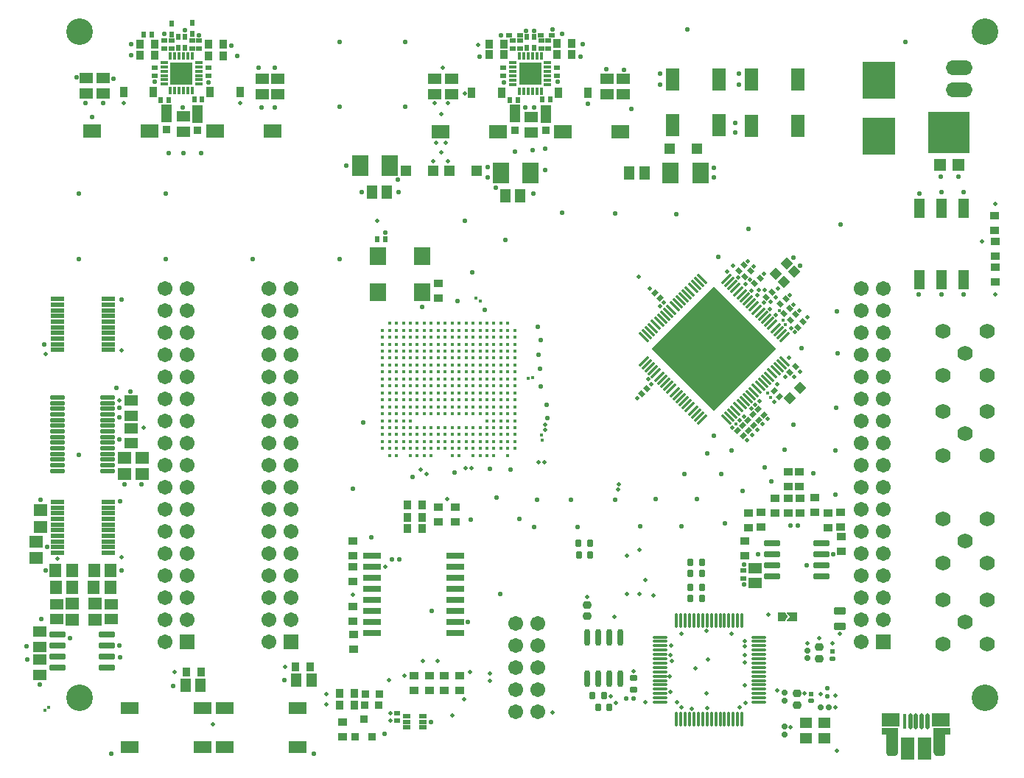
<source format=gbr>
%TF.GenerationSoftware,Altium Limited,Altium Designer,23.5.1 (21)*%
G04 Layer_Color=8388736*
%FSLAX45Y45*%
%MOMM*%
%TF.SameCoordinates,DF551FB5-6F85-4ABD-ABAF-5ACF3DF1BB5E*%
%TF.FilePolarity,Negative*%
%TF.FileFunction,Soldermask,Top*%
%TF.Part,Single*%
G01*
G75*
%TA.AperFunction,SMDPad,CuDef*%
%ADD25R,1.40000X1.20000*%
%ADD43R,3.81000X4.24180*%
%TA.AperFunction,ViaPad*%
%ADD91C,0.45000*%
%TA.AperFunction,SMDPad,CuDef*%
%ADD99R,1.53000X1.21000*%
%ADD100R,1.96000X2.36000*%
%ADD101R,0.71000X0.56000*%
%ADD102R,0.56000X0.71000*%
G04:AMPARAMS|DCode=104|XSize=0.95mm|YSize=0.8mm|CornerRadius=0.225mm|HoleSize=0mm|Usage=FLASHONLY|Rotation=0.000|XOffset=0mm|YOffset=0mm|HoleType=Round|Shape=RoundedRectangle|*
%AMROUNDEDRECTD104*
21,1,0.95000,0.35000,0,0,0.0*
21,1,0.50000,0.80000,0,0,0.0*
1,1,0.45000,0.25000,-0.17500*
1,1,0.45000,-0.25000,-0.17500*
1,1,0.45000,-0.25000,0.17500*
1,1,0.45000,0.25000,0.17500*
%
%ADD104ROUNDEDRECTD104*%
%TA.AperFunction,ComponentPad*%
%ADD105C,1.76000*%
%ADD106C,1.71000*%
%ADD107O,1.26000X1.76000*%
%ADD108O,1.06000X1.46000*%
%ADD109O,3.06000X1.71000*%
%ADD110R,1.71000X1.71000*%
%TA.AperFunction,WasherPad*%
%ADD111C,3.06000*%
%TA.AperFunction,ViaPad*%
%ADD112C,0.56000*%
%ADD113C,0.51000*%
%TA.AperFunction,SMDPad,CuDef*%
G04:AMPARAMS|DCode=125|XSize=0.3394mm|YSize=1.5332mm|CornerRadius=0mm|HoleSize=0mm|Usage=FLASHONLY|Rotation=315.000|XOffset=0mm|YOffset=0mm|HoleType=Round|Shape=Rectangle|*
%AMROTATEDRECTD125*
4,1,4,-0.66206,-0.42207,0.42207,0.66206,0.66206,0.42207,-0.42207,-0.66206,-0.66206,-0.42207,0.0*
%
%ADD125ROTATEDRECTD125*%

G04:AMPARAMS|DCode=126|XSize=0.3394mm|YSize=1.5332mm|CornerRadius=0mm|HoleSize=0mm|Usage=FLASHONLY|Rotation=45.000|XOffset=0mm|YOffset=0mm|HoleType=Round|Shape=Rectangle|*
%AMROTATEDRECTD126*
4,1,4,0.42207,-0.66206,-0.66206,0.42207,-0.42207,0.66206,0.66206,-0.42207,0.42207,-0.66206,0.0*
%
%ADD126ROTATEDRECTD126*%

%ADD127P,14.22699X4X180.0*%
%ADD128R,1.86000X2.06000*%
%ADD129R,0.96000X1.26000*%
G04:AMPARAMS|DCode=130|XSize=0.85mm|YSize=0.7mm|CornerRadius=0.2mm|HoleSize=0mm|Usage=FLASHONLY|Rotation=90.000|XOffset=0mm|YOffset=0mm|HoleType=Round|Shape=RoundedRectangle|*
%AMROUNDEDRECTD130*
21,1,0.85000,0.30000,0,0,90.0*
21,1,0.45000,0.70000,0,0,90.0*
1,1,0.40000,0.15000,0.22500*
1,1,0.40000,0.15000,-0.22500*
1,1,0.40000,-0.15000,-0.22500*
1,1,0.40000,-0.15000,0.22500*
%
%ADD130ROUNDEDRECTD130*%
%ADD131O,0.66000X1.96000*%
G04:AMPARAMS|DCode=132|XSize=1.62mm|YSize=0.34mm|CornerRadius=0.065mm|HoleSize=0mm|Usage=FLASHONLY|Rotation=180.000|XOffset=0mm|YOffset=0mm|HoleType=Round|Shape=RoundedRectangle|*
%AMROUNDEDRECTD132*
21,1,1.62000,0.21000,0,0,180.0*
21,1,1.49000,0.34000,0,0,180.0*
1,1,0.13000,-0.74500,0.10500*
1,1,0.13000,0.74500,0.10500*
1,1,0.13000,0.74500,-0.10500*
1,1,0.13000,-0.74500,-0.10500*
%
%ADD132ROUNDEDRECTD132*%
G04:AMPARAMS|DCode=133|XSize=1.62mm|YSize=0.34mm|CornerRadius=0.065mm|HoleSize=0mm|Usage=FLASHONLY|Rotation=270.000|XOffset=0mm|YOffset=0mm|HoleType=Round|Shape=RoundedRectangle|*
%AMROUNDEDRECTD133*
21,1,1.62000,0.21000,0,0,270.0*
21,1,1.49000,0.34000,0,0,270.0*
1,1,0.13000,-0.10500,-0.74500*
1,1,0.13000,-0.10500,0.74500*
1,1,0.13000,0.10500,0.74500*
1,1,0.13000,0.10500,-0.74500*
%
%ADD133ROUNDEDRECTD133*%
G04:AMPARAMS|DCode=134|XSize=0.85mm|YSize=0.7mm|CornerRadius=0.2mm|HoleSize=0mm|Usage=FLASHONLY|Rotation=0.000|XOffset=0mm|YOffset=0mm|HoleType=Round|Shape=RoundedRectangle|*
%AMROUNDEDRECTD134*
21,1,0.85000,0.30000,0,0,0.0*
21,1,0.45000,0.70000,0,0,0.0*
1,1,0.40000,0.22500,-0.15000*
1,1,0.40000,-0.22500,-0.15000*
1,1,0.40000,-0.22500,0.15000*
1,1,0.40000,0.22500,0.15000*
%
%ADD134ROUNDEDRECTD134*%
G04:AMPARAMS|DCode=135|XSize=0.55mm|YSize=0.5mm|CornerRadius=0.15mm|HoleSize=0mm|Usage=FLASHONLY|Rotation=270.000|XOffset=0mm|YOffset=0mm|HoleType=Round|Shape=RoundedRectangle|*
%AMROUNDEDRECTD135*
21,1,0.55000,0.20000,0,0,270.0*
21,1,0.25000,0.50000,0,0,270.0*
1,1,0.30000,-0.10000,-0.12500*
1,1,0.30000,-0.10000,0.12500*
1,1,0.30000,0.10000,0.12500*
1,1,0.30000,0.10000,-0.12500*
%
%ADD135ROUNDEDRECTD135*%
G04:AMPARAMS|DCode=136|XSize=0.64mm|YSize=0.6mm|CornerRadius=0.175mm|HoleSize=0mm|Usage=FLASHONLY|Rotation=0.000|XOffset=0mm|YOffset=0mm|HoleType=Round|Shape=RoundedRectangle|*
%AMROUNDEDRECTD136*
21,1,0.64000,0.25000,0,0,0.0*
21,1,0.29000,0.60000,0,0,0.0*
1,1,0.35000,0.14500,-0.12500*
1,1,0.35000,-0.14500,-0.12500*
1,1,0.35000,-0.14500,0.12500*
1,1,0.35000,0.14500,0.12500*
%
%ADD136ROUNDEDRECTD136*%
G04:AMPARAMS|DCode=137|XSize=1.38mm|YSize=0.86mm|CornerRadius=0.24mm|HoleSize=0mm|Usage=FLASHONLY|Rotation=0.000|XOffset=0mm|YOffset=0mm|HoleType=Round|Shape=RoundedRectangle|*
%AMROUNDEDRECTD137*
21,1,1.38000,0.38000,0,0,0.0*
21,1,0.90000,0.86000,0,0,0.0*
1,1,0.48000,0.45000,-0.19000*
1,1,0.48000,-0.45000,-0.19000*
1,1,0.48000,-0.45000,0.19000*
1,1,0.48000,0.45000,0.19000*
%
%ADD137ROUNDEDRECTD137*%
%ADD138R,0.30000X0.30000*%
G04:AMPARAMS|DCode=139|XSize=0.46mm|YSize=1.81mm|CornerRadius=0.13mm|HoleSize=0mm|Usage=FLASHONLY|Rotation=180.000|XOffset=0mm|YOffset=0mm|HoleType=Round|Shape=RoundedRectangle|*
%AMROUNDEDRECTD139*
21,1,0.46000,1.55000,0,0,180.0*
21,1,0.20000,1.81000,0,0,180.0*
1,1,0.26000,-0.10000,0.77500*
1,1,0.26000,0.10000,0.77500*
1,1,0.26000,0.10000,-0.77500*
1,1,0.26000,-0.10000,-0.77500*
%
%ADD139ROUNDEDRECTD139*%
%ADD140R,0.46000X1.81000*%
%ADD141R,1.48500X2.56000*%
G04:AMPARAMS|DCode=142|XSize=0.62mm|YSize=0.59mm|CornerRadius=0.1725mm|HoleSize=0mm|Usage=FLASHONLY|Rotation=0.000|XOffset=0mm|YOffset=0mm|HoleType=Round|Shape=RoundedRectangle|*
%AMROUNDEDRECTD142*
21,1,0.62000,0.24500,0,0,0.0*
21,1,0.27500,0.59000,0,0,0.0*
1,1,0.34500,0.13750,-0.12250*
1,1,0.34500,-0.13750,-0.12250*
1,1,0.34500,-0.13750,0.12250*
1,1,0.34500,0.13750,0.12250*
%
%ADD142ROUNDEDRECTD142*%
%ADD143R,0.62000X0.59000*%
G04:AMPARAMS|DCode=144|XSize=0.55mm|YSize=0.5mm|CornerRadius=0.15mm|HoleSize=0mm|Usage=FLASHONLY|Rotation=180.000|XOffset=0mm|YOffset=0mm|HoleType=Round|Shape=RoundedRectangle|*
%AMROUNDEDRECTD144*
21,1,0.55000,0.20000,0,0,180.0*
21,1,0.25000,0.50000,0,0,180.0*
1,1,0.30000,-0.12500,0.10000*
1,1,0.30000,0.12500,0.10000*
1,1,0.30000,0.12500,-0.10000*
1,1,0.30000,-0.12500,-0.10000*
%
%ADD144ROUNDEDRECTD144*%
%ADD145R,0.31000X0.96640*%
%ADD146R,0.96640X0.31000*%
%ADD147R,2.51000X2.51000*%
%ADD148R,0.56000X0.69500*%
%ADD149R,0.96000X1.06000*%
%ADD150R,0.69500X0.56000*%
%ADD151R,1.58000X2.60000*%
%ADD152R,2.06000X1.56000*%
%ADD153R,1.16000X2.06000*%
%ADD154R,0.86000X0.86000*%
%ADD155R,4.86000X4.86000*%
%ADD156R,1.46000X1.36000*%
G04:AMPARAMS|DCode=157|XSize=0.96mm|YSize=1.06mm|CornerRadius=0mm|HoleSize=0mm|Usage=FLASHONLY|Rotation=45.000|XOffset=0mm|YOffset=0mm|HoleType=Round|Shape=Rectangle|*
%AMROTATEDRECTD157*
4,1,4,0.03535,-0.71418,-0.71418,0.03535,-0.03535,0.71418,0.71418,-0.03535,0.03535,-0.71418,0.0*
%
%ADD157ROTATEDRECTD157*%

G04:AMPARAMS|DCode=158|XSize=1.86mm|YSize=0.66mm|CornerRadius=0.105mm|HoleSize=0mm|Usage=FLASHONLY|Rotation=0.000|XOffset=0mm|YOffset=0mm|HoleType=Round|Shape=RoundedRectangle|*
%AMROUNDEDRECTD158*
21,1,1.86000,0.45000,0,0,0.0*
21,1,1.65000,0.66000,0,0,0.0*
1,1,0.21000,0.82500,-0.22500*
1,1,0.21000,-0.82500,-0.22500*
1,1,0.21000,-0.82500,0.22500*
1,1,0.21000,0.82500,0.22500*
%
%ADD158ROUNDEDRECTD158*%
%ADD159R,1.06000X0.96000*%
%ADD160R,1.16000X1.26000*%
%ADD161R,1.21000X1.53000*%
G04:AMPARAMS|DCode=162|XSize=0.56mm|YSize=0.71mm|CornerRadius=0mm|HoleSize=0mm|Usage=FLASHONLY|Rotation=315.000|XOffset=0mm|YOffset=0mm|HoleType=Round|Shape=Rectangle|*
%AMROTATEDRECTD162*
4,1,4,-0.44901,-0.05303,0.05303,0.44901,0.44901,0.05303,-0.05303,-0.44901,-0.44901,-0.05303,0.0*
%
%ADD162ROTATEDRECTD162*%

G04:AMPARAMS|DCode=163|XSize=0.56mm|YSize=0.71mm|CornerRadius=0mm|HoleSize=0mm|Usage=FLASHONLY|Rotation=45.000|XOffset=0mm|YOffset=0mm|HoleType=Round|Shape=Rectangle|*
%AMROTATEDRECTD163*
4,1,4,0.05303,-0.44901,-0.44901,0.05303,-0.05303,0.44901,0.44901,-0.05303,0.05303,-0.44901,0.0*
%
%ADD163ROTATEDRECTD163*%

%ADD164R,1.56012X1.35997*%
%ADD165R,1.35997X1.56012*%
G04:AMPARAMS|DCode=166|XSize=1.56mm|YSize=0.51mm|CornerRadius=0.08625mm|HoleSize=0mm|Usage=FLASHONLY|Rotation=180.000|XOffset=0mm|YOffset=0mm|HoleType=Round|Shape=RoundedRectangle|*
%AMROUNDEDRECTD166*
21,1,1.56000,0.33750,0,0,180.0*
21,1,1.38750,0.51000,0,0,180.0*
1,1,0.17250,-0.69375,0.16875*
1,1,0.17250,0.69375,0.16875*
1,1,0.17250,0.69375,-0.16875*
1,1,0.17250,-0.69375,-0.16875*
%
%ADD166ROUNDEDRECTD166*%
G04:AMPARAMS|DCode=167|XSize=1.63mm|YSize=0.51mm|CornerRadius=0.08625mm|HoleSize=0mm|Usage=FLASHONLY|Rotation=0.000|XOffset=0mm|YOffset=0mm|HoleType=Round|Shape=RoundedRectangle|*
%AMROUNDEDRECTD167*
21,1,1.63000,0.33750,0,0,0.0*
21,1,1.45750,0.51000,0,0,0.0*
1,1,0.17250,0.72875,-0.16875*
1,1,0.17250,-0.72875,-0.16875*
1,1,0.17250,-0.72875,0.16875*
1,1,0.17250,0.72875,0.16875*
%
%ADD167ROUNDEDRECTD167*%
%ADD168R,2.06000X1.36000*%
%ADD169R,0.86000X0.48000*%
%ADD170R,2.06000X0.66000*%
%TA.AperFunction,BGAPad,CuDef*%
%ADD171C,0.41000*%
%TA.AperFunction,SMDPad,CuDef*%
%ADD172R,1.16000X2.21000*%
%ADD173R,0.86000X0.96000*%
%ADD174R,0.86000X0.96000*%
G04:AMPARAMS|DCode=175|XSize=0.64mm|YSize=0.6mm|CornerRadius=0.175mm|HoleSize=0mm|Usage=FLASHONLY|Rotation=270.000|XOffset=0mm|YOffset=0mm|HoleType=Round|Shape=RoundedRectangle|*
%AMROUNDEDRECTD175*
21,1,0.64000,0.25000,0,0,270.0*
21,1,0.29000,0.60000,0,0,270.0*
1,1,0.35000,-0.12500,-0.14500*
1,1,0.35000,-0.12500,0.14500*
1,1,0.35000,0.12500,0.14500*
1,1,0.35000,0.12500,-0.14500*
%
%ADD175ROUNDEDRECTD175*%
%TA.AperFunction,Conductor*%
%ADD176R,2.06000X1.52000*%
G36*
X9135981Y1709929D02*
X9136924Y1709643D01*
X9137792Y1709178D01*
X9138554Y1708554D01*
X9139179Y1707792D01*
X9139643Y1706924D01*
X9139929Y1705981D01*
X9140025Y1705001D01*
Y1615001D01*
X9139929Y1614021D01*
X9139643Y1613079D01*
X9139179Y1612210D01*
X9138554Y1611449D01*
X9137792Y1610824D01*
X9136924Y1610360D01*
X9135981Y1610074D01*
X9135001Y1609977D01*
X9030001D01*
X9029273Y1610049D01*
X9029026Y1610073D01*
X9029025Y1610073D01*
X9029021Y1610074D01*
X9028481Y1610238D01*
X9028084Y1610358D01*
X9028081Y1610359D01*
X9028079Y1610360D01*
X9027714Y1610555D01*
X9027214Y1610821D01*
X9027212Y1610823D01*
X9027210Y1610824D01*
X9026807Y1611154D01*
X9026452Y1611445D01*
X9026451Y1611446D01*
X9026449Y1611449D01*
X9026050Y1611935D01*
X9025827Y1612206D01*
X9025826Y1612208D01*
X9025824Y1612210D01*
X9025560Y1612705D01*
X9025362Y1613074D01*
X9025361Y1613076D01*
X9025360Y1613079D01*
X9025213Y1613563D01*
X9025075Y1614016D01*
X9025074Y1614019D01*
X9025074Y1614021D01*
X9025011Y1614658D01*
X9024977Y1614996D01*
X9024978Y1614997D01*
X9024977Y1615001D01*
X9025049Y1615730D01*
X9025073Y1615976D01*
X9025073Y1615978D01*
X9025074Y1615982D01*
X9025238Y1616522D01*
X9025358Y1616919D01*
X9025359Y1616922D01*
X9025360Y1616924D01*
X9025555Y1617289D01*
X9025821Y1617788D01*
X9053963Y1660001D01*
X9025821Y1702214D01*
X9025555Y1702714D01*
X9025360Y1703079D01*
X9025359Y1703081D01*
X9025358Y1703083D01*
X9025210Y1703573D01*
X9025074Y1704021D01*
X9025073Y1704024D01*
X9025073Y1704026D01*
X9025025Y1704512D01*
X9024977Y1705001D01*
X9024977Y1705004D01*
X9024977Y1705006D01*
X9025042Y1705661D01*
X9025074Y1705981D01*
X9025074Y1705983D01*
X9025074Y1705986D01*
X9025241Y1706532D01*
X9025360Y1706924D01*
X9025361Y1706926D01*
X9025362Y1706929D01*
X9025583Y1707341D01*
X9025824Y1707792D01*
X9025826Y1707794D01*
X9025827Y1707797D01*
X9026102Y1708131D01*
X9026449Y1708554D01*
X9026451Y1708556D01*
X9026452Y1708557D01*
X9026807Y1708848D01*
X9027210Y1709178D01*
X9027212Y1709179D01*
X9027214Y1709181D01*
X9027837Y1709513D01*
X9028079Y1709643D01*
X9028080Y1709643D01*
X9028084Y1709645D01*
X9028658Y1709819D01*
X9029021Y1709929D01*
X9029024Y1709929D01*
X9029026Y1709930D01*
X9029512Y1709977D01*
X9030001Y1710025D01*
X9135001D01*
X9135981Y1709929D01*
D02*
G37*
G36*
X9000005Y1710025D02*
X9000007Y1710025D01*
X9000344Y1709991D01*
X9000981Y1709929D01*
X9000984Y1709928D01*
X9000987Y1709928D01*
X9001440Y1709790D01*
X9001924Y1709643D01*
X9001926Y1709641D01*
X9001929Y1709641D01*
X9002298Y1709443D01*
X9002793Y1709178D01*
X9002795Y1709176D01*
X9002797Y1709175D01*
X9003068Y1708953D01*
X9003554Y1708554D01*
X9003556Y1708551D01*
X9003558Y1708550D01*
X9003848Y1708195D01*
X9004179Y1707792D01*
X9004180Y1707791D01*
X9004182Y1707788D01*
X9034182Y1662788D01*
X9034445Y1662293D01*
X9034641Y1661929D01*
X9034642Y1661924D01*
X9034645Y1661919D01*
X9034791Y1661435D01*
X9034928Y1660987D01*
X9034928Y1660981D01*
X9034930Y1660976D01*
X9034983Y1660428D01*
X9035025Y1660007D01*
X9035025Y1660003D01*
X9035025Y1659996D01*
X9034957Y1659302D01*
X9034930Y1659026D01*
X9034929Y1659024D01*
X9034928Y1659016D01*
X9034763Y1658475D01*
X9034645Y1658084D01*
X9034642Y1658079D01*
X9034641Y1658074D01*
X9034435Y1657689D01*
X9034182Y1657214D01*
X9004182Y1612214D01*
X9004180Y1612212D01*
X9004179Y1612210D01*
X9003848Y1611808D01*
X9003558Y1611452D01*
X9003556Y1611451D01*
X9003554Y1611449D01*
X9003144Y1611112D01*
X9002797Y1610827D01*
X9002794Y1610825D01*
X9002793Y1610824D01*
X9002389Y1610608D01*
X9001929Y1610362D01*
X9001926Y1610361D01*
X9001924Y1610360D01*
X9001532Y1610241D01*
X9000987Y1610075D01*
X9000983Y1610074D01*
X9000981Y1610074D01*
X9000661Y1610042D01*
X9000007Y1609977D01*
X9000004Y1609977D01*
X9000001Y1609977D01*
X8925001D01*
X8924021Y1610074D01*
X8923079Y1610360D01*
X8922210Y1610824D01*
X8921449Y1611449D01*
X8920824Y1612210D01*
X8920360Y1613079D01*
X8920074Y1614021D01*
X8919977Y1615001D01*
Y1705001D01*
X8920074Y1705981D01*
X8920360Y1706924D01*
X8920824Y1707792D01*
X8921449Y1708554D01*
X8922210Y1709178D01*
X8923079Y1709643D01*
X8924021Y1709929D01*
X8925001Y1710025D01*
X9000001D01*
X9000005Y1710025D01*
D02*
G37*
G36*
X10300589Y377958D02*
X10301155Y377786D01*
X10301676Y377508D01*
X10302133Y377133D01*
X10302507Y376676D01*
X10302786Y376155D01*
X10302958Y375589D01*
X10303015Y375001D01*
Y305000D01*
Y100001D01*
Y97801D01*
X10303009Y97733D01*
X10303012Y97664D01*
X10302912Y95464D01*
X10302881Y95249D01*
X10302862Y95037D01*
X10302462Y92937D01*
X10302458Y92924D01*
X10302457Y92910D01*
X10302057Y90910D01*
X10302042Y90860D01*
X10302035Y90811D01*
X10301635Y89110D01*
X10301609Y89033D01*
X10301593Y88950D01*
X10301093Y87250D01*
X10301052Y87149D01*
X10301024Y87043D01*
X10299824Y83842D01*
X10299784Y83761D01*
X10299756Y83676D01*
X10298156Y80077D01*
X10298048Y79888D01*
X10297953Y79696D01*
X10295753Y76197D01*
X10295707Y76137D01*
X10295671Y76072D01*
X10293571Y73072D01*
X10293437Y72916D01*
X10293310Y72750D01*
X10290710Y69950D01*
X10290668Y69912D01*
X10290632Y69869D01*
X10287982Y67219D01*
X10287820Y67085D01*
X10287666Y66944D01*
X10284416Y64494D01*
X10284262Y64400D01*
X10284115Y64294D01*
X10281014Y62494D01*
X10280962Y62470D01*
X10280915Y62439D01*
X10277715Y60739D01*
X10277547Y60670D01*
X10277383Y60587D01*
X10273483Y59087D01*
X10273328Y59044D01*
X10273176Y58987D01*
X10269225Y57937D01*
X10269069Y57912D01*
X10268917Y57873D01*
X10264767Y57223D01*
X10264603Y57213D01*
X10264441Y57190D01*
X10260141Y56990D01*
X10260071Y56993D01*
X10260001Y56986D01*
X10210001D01*
X10209920Y56994D01*
X10209838Y56991D01*
X10206138Y57191D01*
X10206018Y57209D01*
X10205897Y57213D01*
X10202197Y57714D01*
X10202114Y57733D01*
X10202028Y57741D01*
X10198928Y58341D01*
X10198760Y58391D01*
X10198590Y58427D01*
X10194490Y59727D01*
X10194288Y59814D01*
X10194082Y59890D01*
X10190382Y61690D01*
X10190312Y61733D01*
X10190237Y61766D01*
X10186637Y63766D01*
X10186461Y63888D01*
X10186281Y63998D01*
X10182981Y66498D01*
X10182905Y66568D01*
X10182821Y66628D01*
X10179721Y69328D01*
X10179576Y69482D01*
X10179423Y69627D01*
X10176823Y72626D01*
X10176761Y72714D01*
X10176690Y72792D01*
X10174290Y75992D01*
X10174209Y76125D01*
X10174116Y76250D01*
X10172016Y79750D01*
X10171966Y79855D01*
X10171905Y79953D01*
X10170005Y83753D01*
X10169914Y83989D01*
X10169818Y84220D01*
X10168718Y87819D01*
X10168718Y87820D01*
X10168164Y89633D01*
X10168148Y89712D01*
X10168122Y89785D01*
X10167676Y91571D01*
X10167646Y91777D01*
X10167603Y91985D01*
X10167203Y95785D01*
X10167202Y95867D01*
X10167190Y95947D01*
X10166991Y99846D01*
X10166994Y99923D01*
X10166987Y100001D01*
Y301986D01*
X10117501D01*
X10116913Y302044D01*
X10116348Y302216D01*
X10115827Y302494D01*
X10115370Y302869D01*
X10114995Y303326D01*
X10114716Y303847D01*
X10114545Y304413D01*
X10114487Y305001D01*
Y375001D01*
X10114545Y375589D01*
X10114716Y376155D01*
X10114995Y376676D01*
X10115370Y377133D01*
X10115827Y377508D01*
X10116348Y377786D01*
X10116913Y377958D01*
X10117501Y378015D01*
X10300001D01*
X10300589Y377958D01*
D02*
G37*
G36*
X10898088Y377958D02*
X10898654Y377786D01*
X10899175Y377508D01*
X10899632Y377133D01*
X10900007Y376676D01*
X10900286Y376155D01*
X10900457Y375589D01*
X10900515Y375001D01*
Y305001D01*
X10900457Y304413D01*
X10900286Y303848D01*
X10900007Y303326D01*
X10899632Y302870D01*
X10899175Y302495D01*
X10898654Y302216D01*
X10898088Y302045D01*
X10897500Y301987D01*
X10848015D01*
Y100001D01*
X10848008Y99923D01*
X10848011Y99847D01*
X10847811Y95947D01*
X10847799Y95868D01*
X10847799Y95785D01*
X10847399Y91985D01*
X10847356Y91777D01*
X10847326Y91572D01*
X10846880Y89785D01*
X10846854Y89712D01*
X10846838Y89634D01*
X10846284Y87820D01*
X10846284Y87819D01*
X10845184Y84220D01*
X10845088Y83989D01*
X10844997Y83753D01*
X10843097Y79953D01*
X10843035Y79855D01*
X10842986Y79750D01*
X10840886Y76250D01*
X10840793Y76125D01*
X10840712Y75992D01*
X10838312Y72792D01*
X10838241Y72715D01*
X10838179Y72627D01*
X10835579Y69627D01*
X10835426Y69482D01*
X10835281Y69328D01*
X10832181Y66628D01*
X10832096Y66568D01*
X10832021Y66498D01*
X10828721Y63998D01*
X10828541Y63888D01*
X10828365Y63766D01*
X10824765Y61766D01*
X10824690Y61734D01*
X10824620Y61691D01*
X10820920Y59890D01*
X10820714Y59814D01*
X10820512Y59728D01*
X10816412Y58428D01*
X10816242Y58392D01*
X10816074Y58342D01*
X10812974Y57742D01*
X10812888Y57733D01*
X10812805Y57714D01*
X10809105Y57214D01*
X10808984Y57209D01*
X10808864Y57191D01*
X10805164Y56991D01*
X10805082Y56995D01*
X10805001Y56987D01*
X10755001D01*
X10754931Y56994D01*
X10754861Y56990D01*
X10750561Y57190D01*
X10750399Y57213D01*
X10750235Y57223D01*
X10746085Y57873D01*
X10745933Y57912D01*
X10745777Y57938D01*
X10741826Y58988D01*
X10741674Y59045D01*
X10741519Y59088D01*
X10737619Y60588D01*
X10737455Y60670D01*
X10737287Y60739D01*
X10734086Y62439D01*
X10734040Y62470D01*
X10733987Y62494D01*
X10730887Y64294D01*
X10730740Y64400D01*
X10730586Y64494D01*
X10727336Y66944D01*
X10727182Y67086D01*
X10727019Y67220D01*
X10724369Y69870D01*
X10724334Y69912D01*
X10724292Y69950D01*
X10721692Y72750D01*
X10721565Y72917D01*
X10721431Y73073D01*
X10719331Y76073D01*
X10719295Y76138D01*
X10719249Y76197D01*
X10717049Y79697D01*
X10716953Y79888D01*
X10716846Y80077D01*
X10715246Y83677D01*
X10715218Y83761D01*
X10715178Y83843D01*
X10713978Y87043D01*
X10713950Y87149D01*
X10713909Y87251D01*
X10713409Y88951D01*
X10713393Y89033D01*
X10713367Y89111D01*
X10712967Y90811D01*
X10712960Y90861D01*
X10712945Y90910D01*
X10712545Y92910D01*
X10712543Y92925D01*
X10712540Y92937D01*
X10712140Y95037D01*
X10712121Y95250D01*
X10712090Y95464D01*
X10711989Y97664D01*
X10711993Y97733D01*
X10711986Y97801D01*
Y100001D01*
Y305001D01*
Y375001D01*
X10712044Y375589D01*
X10712216Y376155D01*
X10712494Y376676D01*
X10712869Y377133D01*
X10713326Y377508D01*
X10713847Y377786D01*
X10714413Y377958D01*
X10715001Y378016D01*
X10897500D01*
X10898088Y377958D01*
D02*
G37*
D25*
X9460001Y435001D02*
D03*
Y265001D02*
D03*
X9240001D02*
D03*
Y435001D02*
D03*
D43*
X10080001Y7190001D02*
D03*
Y7827541D02*
D03*
D91*
X500001Y580001D02*
D03*
X539811Y619812D02*
D03*
X8935272Y5180052D02*
D03*
X8981335Y5066940D02*
D03*
X6210001Y3690001D02*
D03*
X6207435Y3747441D02*
D03*
X9010001Y5020001D02*
D03*
X5454502Y5325357D02*
D03*
X5500001Y5290001D02*
D03*
X8800001Y4230001D02*
D03*
X8834615Y4184376D02*
D03*
X6048751Y4400001D02*
D03*
X6105658Y4408054D02*
D03*
X8442834Y3875937D02*
D03*
D99*
X2992505Y7672501D02*
D03*
Y7848501D02*
D03*
X3175005Y7672501D02*
D03*
Y7848501D02*
D03*
X973500Y7677003D02*
D03*
Y7853004D02*
D03*
X1167600Y7677003D02*
D03*
Y7853004D02*
D03*
X2086000Y7241503D02*
D03*
Y7417504D02*
D03*
X7146001Y7667003D02*
D03*
Y7843003D02*
D03*
X6956001Y7667003D02*
D03*
Y7843003D02*
D03*
X5170101Y7667003D02*
D03*
Y7843003D02*
D03*
X4976001Y7667003D02*
D03*
Y7843003D02*
D03*
X6088501Y7231503D02*
D03*
Y7407503D02*
D03*
X8660001Y2045001D02*
D03*
Y2221001D02*
D03*
X1260002Y1805502D02*
D03*
Y1629502D02*
D03*
X440001Y1490001D02*
D03*
Y1314001D02*
D03*
Y990001D02*
D03*
Y1166001D02*
D03*
X630002Y1805502D02*
D03*
Y1629502D02*
D03*
X1486693Y3652501D02*
D03*
Y3828501D02*
D03*
Y3972501D02*
D03*
Y4148501D02*
D03*
D100*
X5739251Y6762503D02*
D03*
X6081251D02*
D03*
X4120001Y6845002D02*
D03*
X4462001D02*
D03*
X8030001Y6760001D02*
D03*
X7688001D02*
D03*
D101*
X2381000Y7975003D02*
D03*
Y7885003D02*
D03*
X2271000Y8286253D02*
D03*
Y8196253D02*
D03*
X1868500Y8286253D02*
D03*
Y8196253D02*
D03*
X1763500Y7975003D02*
D03*
Y7885003D02*
D03*
X2188500Y8286253D02*
D03*
Y8196253D02*
D03*
X1951000Y8286253D02*
D03*
Y8196253D02*
D03*
X6386001Y7972503D02*
D03*
Y7882503D02*
D03*
X6283501Y8283253D02*
D03*
Y8193253D02*
D03*
X5878501Y8283253D02*
D03*
Y8193253D02*
D03*
X5768501Y7972503D02*
D03*
Y7882503D02*
D03*
X6201001Y8283253D02*
D03*
Y8193253D02*
D03*
X5961001Y8283253D02*
D03*
Y8193253D02*
D03*
X8525001Y2100001D02*
D03*
Y2190001D02*
D03*
X4542389Y550001D02*
D03*
Y460001D02*
D03*
D102*
X1723500Y8352503D02*
D03*
X1633500D02*
D03*
X2213501Y7610004D02*
D03*
X2303500D02*
D03*
X1831000Y7602503D02*
D03*
X1921000D02*
D03*
X6216001Y7607503D02*
D03*
X6306001D02*
D03*
X5841001Y7600003D02*
D03*
X5931001D02*
D03*
X4320002Y6000001D02*
D03*
X4410001D02*
D03*
D104*
X9140001Y642501D02*
D03*
Y777501D02*
D03*
X6730001Y1797501D02*
D03*
Y1662501D02*
D03*
X9397871Y1314076D02*
D03*
Y1179076D02*
D03*
D105*
X11070001Y1602701D02*
D03*
X10816001Y1856701D02*
D03*
Y1348701D02*
D03*
X11324001Y1856701D02*
D03*
Y1348701D02*
D03*
X11070001Y3762652D02*
D03*
X10816001Y4016652D02*
D03*
Y3508652D02*
D03*
X11324001Y4016652D02*
D03*
Y3508652D02*
D03*
X11070001Y4690002D02*
D03*
X10816001Y4944002D02*
D03*
Y4436002D02*
D03*
X11324001Y4944002D02*
D03*
Y4436002D02*
D03*
X11070001Y2530001D02*
D03*
X10816001Y2784001D02*
D03*
Y2276001D02*
D03*
X11324001Y2784001D02*
D03*
Y2276001D02*
D03*
D106*
X6164001Y820001D02*
D03*
Y566001D02*
D03*
X5910001D02*
D03*
Y820001D02*
D03*
X6164001Y1328001D02*
D03*
Y1074001D02*
D03*
Y1582001D02*
D03*
X5910001Y1328001D02*
D03*
Y1074001D02*
D03*
Y1582001D02*
D03*
X1876001Y1621001D02*
D03*
Y1875001D02*
D03*
Y2129001D02*
D03*
Y2383001D02*
D03*
Y2637001D02*
D03*
Y2891001D02*
D03*
Y3145001D02*
D03*
Y3399001D02*
D03*
Y3653001D02*
D03*
Y3907001D02*
D03*
Y4161001D02*
D03*
Y4415001D02*
D03*
Y4669001D02*
D03*
Y4923001D02*
D03*
Y5177001D02*
D03*
Y5431001D02*
D03*
Y1367001D02*
D03*
X2130001Y1621001D02*
D03*
Y1875001D02*
D03*
Y2129001D02*
D03*
Y2383001D02*
D03*
Y2637001D02*
D03*
Y2891001D02*
D03*
Y3145001D02*
D03*
Y3399001D02*
D03*
Y3653001D02*
D03*
Y3907001D02*
D03*
Y4161001D02*
D03*
Y4415001D02*
D03*
Y4669001D02*
D03*
Y4923001D02*
D03*
Y5177001D02*
D03*
Y5431001D02*
D03*
X3330001D02*
D03*
Y5177001D02*
D03*
Y4923001D02*
D03*
Y4669001D02*
D03*
Y4415001D02*
D03*
Y4161001D02*
D03*
Y3907001D02*
D03*
Y3653001D02*
D03*
Y3399001D02*
D03*
Y3145001D02*
D03*
Y2891001D02*
D03*
Y2637001D02*
D03*
Y2383001D02*
D03*
Y2129001D02*
D03*
Y1875001D02*
D03*
Y1621001D02*
D03*
X3076001Y1367001D02*
D03*
Y5431001D02*
D03*
Y5177001D02*
D03*
Y4923001D02*
D03*
Y4669001D02*
D03*
Y4415001D02*
D03*
Y4161001D02*
D03*
Y3907001D02*
D03*
Y3653001D02*
D03*
Y3399001D02*
D03*
Y3145001D02*
D03*
Y2891001D02*
D03*
Y2637001D02*
D03*
Y2383001D02*
D03*
Y2129001D02*
D03*
Y1875001D02*
D03*
Y1621001D02*
D03*
X9876001Y2637001D02*
D03*
Y2129001D02*
D03*
Y1367001D02*
D03*
Y1621001D02*
D03*
Y1875001D02*
D03*
Y4669001D02*
D03*
Y4415001D02*
D03*
Y5431001D02*
D03*
Y4923001D02*
D03*
Y5177001D02*
D03*
Y3399001D02*
D03*
Y2891001D02*
D03*
Y3145001D02*
D03*
Y3907001D02*
D03*
X10130001Y2383001D02*
D03*
X9876001D02*
D03*
X10130001Y2637001D02*
D03*
Y2891001D02*
D03*
Y1875001D02*
D03*
Y1621001D02*
D03*
Y2129001D02*
D03*
X9876001Y4161001D02*
D03*
Y3653001D02*
D03*
X10130001Y4669001D02*
D03*
Y5431001D02*
D03*
Y4923001D02*
D03*
Y5177001D02*
D03*
Y3653001D02*
D03*
Y3145001D02*
D03*
Y3399001D02*
D03*
Y4415001D02*
D03*
Y3907001D02*
D03*
Y4161001D02*
D03*
D107*
X10780001Y170001D02*
D03*
X10235001D02*
D03*
D108*
X10750001Y473001D02*
D03*
X10265001D02*
D03*
D109*
X11003501Y7718503D02*
D03*
Y7972503D02*
D03*
D110*
X2130001Y1367001D02*
D03*
X3330001D02*
D03*
X10130001D02*
D03*
D111*
X900002Y8390002D02*
D03*
Y730001D02*
D03*
X11300002D02*
D03*
Y8390002D02*
D03*
D112*
X7880892Y8417784D02*
D03*
X6330002Y8417501D02*
D03*
X10387802Y8274271D02*
D03*
X9644489Y6172233D02*
D03*
X4941644Y1728593D02*
D03*
X4250179Y2569703D02*
D03*
X5387802Y2774272D02*
D03*
X5201537Y3321449D02*
D03*
X4724797Y3270271D02*
D03*
X4157802Y3896772D02*
D03*
X4039314Y3127519D02*
D03*
X887802Y3524272D02*
D03*
X4637802Y8274271D02*
D03*
Y7524272D02*
D03*
X3887802Y8274271D02*
D03*
Y7524272D02*
D03*
Y5774272D02*
D03*
X2887802D02*
D03*
X1887802D02*
D03*
Y6524272D02*
D03*
X887802D02*
D03*
Y5774272D02*
D03*
X6740001Y7560001D02*
D03*
X5730001Y1920001D02*
D03*
X2110001Y8410001D02*
D03*
X8530001Y2030001D02*
D03*
X4400001Y310051D02*
D03*
X9070001Y2710001D02*
D03*
X9150001D02*
D03*
X1260001Y80001D02*
D03*
X3590001D02*
D03*
X4932389Y450001D02*
D03*
X5360001Y1600001D02*
D03*
X9250001Y2250001D02*
D03*
X9554325Y2375112D02*
D03*
X8530001Y2260001D02*
D03*
X440001Y880002D02*
D03*
X4570001Y2320001D02*
D03*
X4488182Y2318182D02*
D03*
X1970001Y860001D02*
D03*
X3254001Y930001D02*
D03*
X1365460Y1194543D02*
D03*
X1350001Y4060001D02*
D03*
X5410001Y5620001D02*
D03*
X4830001Y5220001D02*
D03*
X5790001Y5990001D02*
D03*
X8580001Y6120001D02*
D03*
X11060002Y5370001D02*
D03*
X10547502Y6527501D02*
D03*
X10800002Y5370001D02*
D03*
X10540002D02*
D03*
X11053002Y6543001D02*
D03*
X10800002Y6540001D02*
D03*
X6439288Y8360714D02*
D03*
X6677499Y8247503D02*
D03*
X3960001Y6845002D02*
D03*
X4140001Y6545001D02*
D03*
X4550001Y6685001D02*
D03*
X4560001Y6545001D02*
D03*
X5680001Y6595002D02*
D03*
X5590001Y6715002D02*
D03*
Y6835002D02*
D03*
X5900001Y7005001D02*
D03*
X10792001Y6720001D02*
D03*
X11000001D02*
D03*
X4410001Y6080001D02*
D03*
X2709288Y8110714D02*
D03*
X9100001Y5790001D02*
D03*
X8430001Y7230001D02*
D03*
X5550001Y5190001D02*
D03*
X9180001Y5700001D02*
D03*
X7050001Y6300001D02*
D03*
X6440001Y6310001D02*
D03*
X5320002Y6210001D02*
D03*
X5240001Y5290001D02*
D03*
X7750002Y6290001D02*
D03*
X8240002Y5800001D02*
D03*
X9600001Y5170001D02*
D03*
X9190001Y4750001D02*
D03*
X9610001Y4690001D02*
D03*
X9590001Y4060001D02*
D03*
X9580001Y3570001D02*
D03*
Y3060001D02*
D03*
X9330001Y3310002D02*
D03*
X7810001Y2700001D02*
D03*
X8310001Y2730001D02*
D03*
X8520002Y3110001D02*
D03*
X8770002Y3380001D02*
D03*
X8850001Y3220001D02*
D03*
X9000002Y3580001D02*
D03*
X9100001Y3870001D02*
D03*
X8110002Y3540001D02*
D03*
X8390002Y3570001D02*
D03*
X8190001Y3740001D02*
D03*
X8270001Y3300001D02*
D03*
X7850002D02*
D03*
X7990002Y3010001D02*
D03*
X7520001D02*
D03*
X7340001Y2700001D02*
D03*
X7050001Y3000001D02*
D03*
X6620001Y2690001D02*
D03*
X6540001Y3000001D02*
D03*
X6122171Y2692501D02*
D03*
X5950002Y2780001D02*
D03*
X6150001Y3000001D02*
D03*
X5690002Y3030001D02*
D03*
X5610001Y3360001D02*
D03*
X5844901Y3351033D02*
D03*
X6270001Y3940001D02*
D03*
X6260001Y4100001D02*
D03*
X6200002Y4310001D02*
D03*
X6190001Y4510001D02*
D03*
X6170001Y4670001D02*
D03*
X6200002Y4840001D02*
D03*
X6160001Y4990001D02*
D03*
X450001Y3000001D02*
D03*
X1350001Y3700001D02*
D03*
Y1330001D02*
D03*
X1360001Y2990001D02*
D03*
X1289289Y7850714D02*
D03*
X859288Y7860714D02*
D03*
X1489289Y8120714D02*
D03*
X1759289Y7810714D02*
D03*
X3140001Y7970001D02*
D03*
X2949288Y7970714D02*
D03*
X2379288Y7800714D02*
D03*
X2269289Y8350714D02*
D03*
X1869288Y8360714D02*
D03*
X6029288Y8400714D02*
D03*
X5769288Y7800714D02*
D03*
X7150001Y7950001D02*
D03*
X6950001Y7960001D02*
D03*
X6389288Y7810714D02*
D03*
X6649288Y8100714D02*
D03*
X5739288Y8350714D02*
D03*
X5489288Y8100714D02*
D03*
X510002Y2190001D02*
D03*
X490002Y4790001D02*
D03*
X6120001Y8400001D02*
D03*
X960001Y7570001D02*
D03*
X2640001Y8230001D02*
D03*
X1170001Y7570001D02*
D03*
X1040001Y7410001D02*
D03*
X1490001Y8245001D02*
D03*
X1920001Y6990002D02*
D03*
X2090001D02*
D03*
X2290001D02*
D03*
X3140001Y7520001D02*
D03*
X2990001D02*
D03*
X2080001D02*
D03*
X6110001Y6530001D02*
D03*
X6250001Y6800001D02*
D03*
X6100001Y7030001D02*
D03*
X6250001Y7040001D02*
D03*
X6019501Y7520501D02*
D03*
X6119501D02*
D03*
X7240001Y7500002D02*
D03*
X8477001Y7780001D02*
D03*
Y7910001D02*
D03*
X8430001Y7340002D02*
D03*
X8190001Y6820001D02*
D03*
Y6710001D02*
D03*
X7570001Y7910001D02*
D03*
Y7780001D02*
D03*
X8690001Y2380001D02*
D03*
X790001Y1410001D02*
D03*
X460001Y1630001D02*
D03*
X290001Y1320001D02*
D03*
X292001Y1168001D02*
D03*
X520002Y2460001D02*
D03*
X1380002Y2190001D02*
D03*
X1480001Y4250001D02*
D03*
X1610001Y3180002D02*
D03*
X1410001D02*
D03*
X1350001Y3950001D02*
D03*
X1380002Y5310001D02*
D03*
X1320001Y4290001D02*
D03*
D113*
X7972802Y1069272D02*
D03*
X7810302Y614272D02*
D03*
X7697802Y1329536D02*
D03*
X8545262Y1315262D02*
D03*
X7685302Y796772D02*
D03*
X7680001Y970001D02*
D03*
X4317802Y6214272D02*
D03*
X4820001Y3350001D02*
D03*
X7330001Y2430001D02*
D03*
Y1920001D02*
D03*
X7190001Y2360001D02*
D03*
Y1920001D02*
D03*
X5400001Y3370001D02*
D03*
X5330001D02*
D03*
X7400001Y2080001D02*
D03*
X6730001Y1890001D02*
D03*
X7490001Y1900001D02*
D03*
X8100001Y1500001D02*
D03*
X9410001Y770001D02*
D03*
X8910001Y810001D02*
D03*
X5610001Y1010001D02*
D03*
X7040001Y1660001D02*
D03*
X4450001Y930001D02*
D03*
X4630001Y980001D02*
D03*
X4840001Y1150001D02*
D03*
X5010001D02*
D03*
X7060001Y670001D02*
D03*
X8540001Y1220001D02*
D03*
X7690001D02*
D03*
X7930001Y600001D02*
D03*
X8110001Y610001D02*
D03*
X2430001Y420001D02*
D03*
X5070001Y7970001D02*
D03*
X1630001Y3830001D02*
D03*
X6330001Y560001D02*
D03*
X9400001Y1410001D02*
D03*
X9260001Y1350001D02*
D03*
X9580001Y750001D02*
D03*
X8810001Y1680001D02*
D03*
X9630001Y1460001D02*
D03*
X7000001Y740001D02*
D03*
X2740001Y7570001D02*
D03*
X1400001D02*
D03*
X5480001Y8240001D02*
D03*
X5050001Y7440001D02*
D03*
Y7000001D02*
D03*
X5100001Y7110001D02*
D03*
X5320001Y7680001D02*
D03*
X5130001Y7570001D02*
D03*
X4980001D02*
D03*
X4990001Y7110001D02*
D03*
X5130001Y6900001D02*
D03*
X4960001D02*
D03*
X1350001Y4150001D02*
D03*
X510001Y4680001D02*
D03*
X1380001Y4720001D02*
D03*
X4410001Y2230001D02*
D03*
X7760001Y680001D02*
D03*
X7260426Y1030001D02*
D03*
X7400001Y680001D02*
D03*
X5120001Y3010001D02*
D03*
X4040001Y1910001D02*
D03*
X3730001Y650001D02*
D03*
Y770001D02*
D03*
X640001Y2330001D02*
D03*
X1380001Y2340001D02*
D03*
X1990001Y1020001D02*
D03*
X3260001Y1080001D02*
D03*
X4470001Y460001D02*
D03*
X5180001Y520001D02*
D03*
X5610001Y920001D02*
D03*
X7700001Y1150001D02*
D03*
X8120001Y1170001D02*
D03*
X8390001Y1460001D02*
D03*
X8540001Y1130001D02*
D03*
X7810001Y1460001D02*
D03*
X8100001Y780001D02*
D03*
X8480001Y620001D02*
D03*
X11270001Y5980001D02*
D03*
X11420001Y5370001D02*
D03*
Y6410001D02*
D03*
X9230001Y780001D02*
D03*
X9550001Y1350001D02*
D03*
X9600001Y120001D02*
D03*
X9580001Y617927D02*
D03*
X9070001Y390001D02*
D03*
X8540001Y870001D02*
D03*
X8467757Y5560829D02*
D03*
X8900001Y5130001D02*
D03*
X5380001Y1020001D02*
D03*
X8621848Y4054987D02*
D03*
X8598878Y5532194D02*
D03*
X8619384Y5409299D02*
D03*
X8339049Y5630954D02*
D03*
X8552305Y5488912D02*
D03*
X8408233Y5698233D02*
D03*
X8760040Y5271249D02*
D03*
X4470001Y550001D02*
D03*
X8829049Y5200954D02*
D03*
X8683543Y5355196D02*
D03*
X4880001Y3300001D02*
D03*
X5311717Y708285D02*
D03*
X8540001Y1380001D02*
D03*
X8550001Y670001D02*
D03*
X8900001Y5330001D02*
D03*
X8840001Y5280001D02*
D03*
X9169049Y5180954D02*
D03*
X9259049Y5100954D02*
D03*
X9057892Y5361962D02*
D03*
X9071912Y4972941D02*
D03*
X9114096Y4932276D02*
D03*
X8663911Y4095720D02*
D03*
X8711516Y4141060D02*
D03*
X7430001Y4390001D02*
D03*
X7470001Y4330001D02*
D03*
X7088141Y3120001D02*
D03*
X6248141Y3810001D02*
D03*
X6250001Y3870001D02*
D03*
X7090002Y3180002D02*
D03*
X6170001Y3440002D02*
D03*
X6234505D02*
D03*
X7320001Y5570001D02*
D03*
X7449049Y5430954D02*
D03*
X9110001Y4420001D02*
D03*
X9180001Y4480001D02*
D03*
X9010002Y4420001D02*
D03*
X9050001Y4640001D02*
D03*
X8910001Y4330001D02*
D03*
X8880002Y4130001D02*
D03*
X8700001Y5420001D02*
D03*
X8920001Y5430001D02*
D03*
X8629049Y3750954D02*
D03*
X8569049Y3690954D02*
D03*
X8400195Y3837130D02*
D03*
X8529049Y3960954D02*
D03*
X8483425Y3916786D02*
D03*
X8804148Y3933560D02*
D03*
X8746854Y3875494D02*
D03*
X8689049Y3810954D02*
D03*
X7614049Y5275866D02*
D03*
X7569049Y5230954D02*
D03*
X8643049Y5684954D02*
D03*
X8579049Y5750954D02*
D03*
X8770001Y5420001D02*
D03*
X8759049Y5600954D02*
D03*
X9100049Y5251954D02*
D03*
X7303463Y4172190D02*
D03*
D125*
X8051417Y3926241D02*
D03*
X7980706Y3996951D02*
D03*
X7945351Y4032307D02*
D03*
X7909996Y4067662D02*
D03*
X7874641Y4103017D02*
D03*
X7839285Y4138373D02*
D03*
X7803930Y4173728D02*
D03*
X7768575Y4209083D02*
D03*
X7733219Y4244439D02*
D03*
X7697864Y4279794D02*
D03*
X7662508Y4315149D02*
D03*
X7627153Y4350505D02*
D03*
X7591798Y4385860D02*
D03*
X7556442Y4421215D02*
D03*
X7521087Y4456571D02*
D03*
X7485732Y4491926D02*
D03*
X7450377Y4527282D02*
D03*
X7415021Y4562637D02*
D03*
X7379694Y4597964D02*
D03*
X8327217Y5545486D02*
D03*
X8362571Y5510133D02*
D03*
X8397925Y5474779D02*
D03*
X8433279Y5439425D02*
D03*
X8468633Y5404071D02*
D03*
X8503987Y5368717D02*
D03*
X8539340Y5333363D02*
D03*
X8574694Y5298010D02*
D03*
X8610048Y5262656D02*
D03*
X8645402Y5227302D02*
D03*
X8680756Y5191948D02*
D03*
X8716110Y5156594D02*
D03*
X8751463Y5121240D02*
D03*
X8786817Y5085887D02*
D03*
X8822171Y5050533D02*
D03*
X8857525Y5015179D02*
D03*
X8892879Y4979825D02*
D03*
X8928233Y4944471D02*
D03*
X8963586Y4909117D02*
D03*
X8998940Y4873764D02*
D03*
X8016062Y3961596D02*
D03*
D126*
X7379694Y4873764D02*
D03*
X7415048Y4909118D02*
D03*
X7450402Y4944472D02*
D03*
X7485756Y4979825D02*
D03*
X7521110Y5015179D02*
D03*
X7556464Y5050533D02*
D03*
X7591817Y5085887D02*
D03*
X7910002Y5404071D02*
D03*
X7945356Y5439425D02*
D03*
X7980709Y5474779D02*
D03*
X8016063Y5510133D02*
D03*
X8051417Y5545487D02*
D03*
X8963586Y4562610D02*
D03*
X8928233Y4527256D02*
D03*
X8892879Y4491902D02*
D03*
X8857525Y4456549D02*
D03*
X8822171Y4421195D02*
D03*
X8786817Y4385841D02*
D03*
X8751463Y4350487D02*
D03*
X8716110Y4315133D02*
D03*
X8680756Y4279779D02*
D03*
X8645402Y4244426D02*
D03*
X8610048Y4209072D02*
D03*
X8574694Y4173718D02*
D03*
X8539340Y4138364D02*
D03*
X8503987Y4103010D02*
D03*
X8468633Y4067656D02*
D03*
X8433279Y4032303D02*
D03*
X8397925Y3996949D02*
D03*
X8362571Y3961595D02*
D03*
X8327217Y3926241D02*
D03*
X8998940Y4597964D02*
D03*
X7627171Y5121241D02*
D03*
X7662525Y5156595D02*
D03*
X7697879Y5191948D02*
D03*
X7733233Y5227302D02*
D03*
X7768586Y5262656D02*
D03*
X7803940Y5298010D02*
D03*
X7874648Y5368718D02*
D03*
X7839294Y5333364D02*
D03*
D127*
X8189317Y4735864D02*
D03*
D128*
X4831301Y5389002D02*
D03*
Y5809002D02*
D03*
X4323301D02*
D03*
Y5389002D02*
D03*
D129*
X6401001Y7682503D02*
D03*
X6741001D02*
D03*
X5743501D02*
D03*
X5403501D02*
D03*
X2398500Y7692504D02*
D03*
X2738500D02*
D03*
X1741001D02*
D03*
X1401000D02*
D03*
D130*
X6767501Y2370001D02*
D03*
X6632501D02*
D03*
X6630001Y2500427D02*
D03*
X6765001D02*
D03*
X6852501Y619576D02*
D03*
X6987501D02*
D03*
X6787121Y750001D02*
D03*
X6922121D02*
D03*
X7912501Y2280427D02*
D03*
X8047501D02*
D03*
X7912501Y2160001D02*
D03*
X8047501D02*
D03*
X7912501Y2000427D02*
D03*
X8047501D02*
D03*
X7912501Y1870001D02*
D03*
X8047501D02*
D03*
D131*
X7110501Y1417076D02*
D03*
X6983501D02*
D03*
X6856501D02*
D03*
X6729501D02*
D03*
X7110501Y947076D02*
D03*
X6983501D02*
D03*
X6856501D02*
D03*
X6729501D02*
D03*
D132*
X7565077Y675001D02*
D03*
Y725001D02*
D03*
Y775001D02*
D03*
Y825001D02*
D03*
Y875001D02*
D03*
Y925001D02*
D03*
Y975001D02*
D03*
Y1025001D02*
D03*
Y1075001D02*
D03*
Y1125001D02*
D03*
Y1175001D02*
D03*
Y1225001D02*
D03*
Y1275001D02*
D03*
Y1325001D02*
D03*
Y1375001D02*
D03*
Y1425001D02*
D03*
X8701077D02*
D03*
Y1375001D02*
D03*
Y1325001D02*
D03*
Y1275001D02*
D03*
Y1225001D02*
D03*
Y1175001D02*
D03*
Y1125001D02*
D03*
Y1075001D02*
D03*
Y1025001D02*
D03*
Y975001D02*
D03*
Y925001D02*
D03*
Y875001D02*
D03*
Y825001D02*
D03*
Y775001D02*
D03*
Y725001D02*
D03*
Y675001D02*
D03*
D133*
X8508077Y482001D02*
D03*
X8458077D02*
D03*
X8408077D02*
D03*
X8358077D02*
D03*
X8308077D02*
D03*
X8258077D02*
D03*
X8208077D02*
D03*
X8158077D02*
D03*
X8108077D02*
D03*
X8058077D02*
D03*
X8008077D02*
D03*
X7958077D02*
D03*
X7908077D02*
D03*
X7858077D02*
D03*
X7808077D02*
D03*
X7758077D02*
D03*
Y1618001D02*
D03*
X7808077D02*
D03*
X7858077D02*
D03*
X7908077D02*
D03*
X7958077D02*
D03*
X8008077D02*
D03*
X8058077D02*
D03*
X8108077D02*
D03*
X8158077D02*
D03*
X8208077D02*
D03*
X8258077D02*
D03*
X8308077D02*
D03*
X8358077D02*
D03*
X8408077D02*
D03*
X8458077D02*
D03*
X8508077D02*
D03*
D134*
X7260426Y822501D02*
D03*
Y957501D02*
D03*
D135*
X7177501Y714576D02*
D03*
X7262501D02*
D03*
D136*
X8994576Y307001D02*
D03*
Y393001D02*
D03*
X9257871Y1269576D02*
D03*
Y1183576D02*
D03*
X9000001Y783001D02*
D03*
Y697001D02*
D03*
D137*
X9630001Y1552001D02*
D03*
Y1728001D02*
D03*
D138*
X8970001Y1660001D02*
D03*
X9090001D02*
D03*
D139*
X10507501Y452501D02*
D03*
X10442501D02*
D03*
X10572501D02*
D03*
X10637501D02*
D03*
D140*
X10377501D02*
D03*
D141*
X10411251Y145001D02*
D03*
X10603751D02*
D03*
D142*
X9547871Y1176076D02*
D03*
X9300001Y689501D02*
D03*
D143*
X9547871Y1257076D02*
D03*
X9300001Y770501D02*
D03*
D144*
X9490001Y832501D02*
D03*
Y747501D02*
D03*
D145*
X1941000Y8110323D02*
D03*
X1991000D02*
D03*
X2041000D02*
D03*
X2091000D02*
D03*
X2141000D02*
D03*
X2191000D02*
D03*
Y7709684D02*
D03*
X2141000D02*
D03*
X2091000D02*
D03*
X2041000D02*
D03*
X1991000D02*
D03*
X1941000D02*
D03*
X5951001Y8107823D02*
D03*
X6001001D02*
D03*
X6051001D02*
D03*
X6101001D02*
D03*
X6151001D02*
D03*
X6201001D02*
D03*
Y7707183D02*
D03*
X6151001D02*
D03*
X6101001D02*
D03*
X6051001D02*
D03*
X6001001D02*
D03*
X5951001D02*
D03*
D146*
X2266320Y8035003D02*
D03*
X1865680D02*
D03*
X2266320Y7785003D02*
D03*
X1865680D02*
D03*
X2266320Y7835003D02*
D03*
X1865680D02*
D03*
Y7885004D02*
D03*
X2266320D02*
D03*
Y7935003D02*
D03*
X1865680D02*
D03*
Y7985004D02*
D03*
X2266320D02*
D03*
X6276321Y8032503D02*
D03*
X5875681D02*
D03*
X6276321Y7782503D02*
D03*
X5875681D02*
D03*
X6276321Y7832503D02*
D03*
X5875681D02*
D03*
Y7882503D02*
D03*
X6276321D02*
D03*
Y7932503D02*
D03*
X5875681D02*
D03*
Y7982503D02*
D03*
X6276321D02*
D03*
D147*
X2066000Y7910003D02*
D03*
X6076001Y7907503D02*
D03*
D148*
X2195000Y8360003D02*
D03*
Y8486503D02*
D03*
X1951000Y8357503D02*
D03*
Y8484003D02*
D03*
X2033500Y8204003D02*
D03*
Y8330503D02*
D03*
X2111000Y8204003D02*
D03*
Y8330503D02*
D03*
X6038501Y8200003D02*
D03*
Y8326503D02*
D03*
X6121001Y8200003D02*
D03*
Y8326503D02*
D03*
D149*
X2546000Y8112004D02*
D03*
X2376000D02*
D03*
X1763500Y8122004D02*
D03*
X1593500D02*
D03*
X2376000Y8242504D02*
D03*
X2546000D02*
D03*
X1763500Y8247504D02*
D03*
X1593500D02*
D03*
X6378501Y8125003D02*
D03*
X6548501D02*
D03*
X5606001D02*
D03*
X5776001D02*
D03*
X6548501Y8252503D02*
D03*
X6378501D02*
D03*
X5606001Y8242503D02*
D03*
X5776001D02*
D03*
X2290001Y1022360D02*
D03*
X2120001D02*
D03*
X3550002Y1080001D02*
D03*
X3380001D02*
D03*
X4660001Y2800001D02*
D03*
X4830001D02*
D03*
X4830002Y2670001D02*
D03*
X4660001D02*
D03*
Y2945001D02*
D03*
X4830002D02*
D03*
X4055001Y776203D02*
D03*
X3885001D02*
D03*
Y646203D02*
D03*
X4055001D02*
D03*
D150*
X6326501Y8350001D02*
D03*
X6200001D02*
D03*
X5960001D02*
D03*
X5833501D02*
D03*
D151*
X8243001Y7310001D02*
D03*
X7710001D02*
D03*
X8617001Y7307503D02*
D03*
X9150001D02*
D03*
X7710001Y7840002D02*
D03*
X8243001D02*
D03*
X8617001D02*
D03*
X9150001D02*
D03*
D152*
X2451000Y7247503D02*
D03*
X3111000D02*
D03*
X1036500D02*
D03*
X1696500D02*
D03*
X6453501Y7237503D02*
D03*
X7113501D02*
D03*
X5041001D02*
D03*
X5701001D02*
D03*
D153*
X2248500Y7444503D02*
D03*
X1891000Y7450003D02*
D03*
X6258501Y7442503D02*
D03*
X5901001Y7447503D02*
D03*
D154*
X2248500Y7254503D02*
D03*
X1891000Y7260003D02*
D03*
X6258501Y7252503D02*
D03*
X5901001Y7257503D02*
D03*
D155*
X10890001Y7230002D02*
D03*
D156*
X10786001Y6855002D02*
D03*
X10994001D02*
D03*
D157*
X8990001Y5510001D02*
D03*
X9110210Y5630210D02*
D03*
X8900002Y5600002D02*
D03*
X9020210Y5720210D02*
D03*
X9059001Y4169001D02*
D03*
X9179210Y4289210D02*
D03*
D158*
X9421782Y2503185D02*
D03*
Y2376185D02*
D03*
Y2249185D02*
D03*
Y2122185D02*
D03*
X8856783D02*
D03*
X8856782Y2249185D02*
D03*
X8856783Y2376185D02*
D03*
X8856782Y2503185D02*
D03*
X643477Y1073502D02*
D03*
Y1454502D02*
D03*
Y1200502D02*
D03*
Y1327502D02*
D03*
X1208477Y1200502D02*
D03*
Y1073502D02*
D03*
Y1327502D02*
D03*
Y1454502D02*
D03*
D159*
X8580001Y2850001D02*
D03*
Y2680001D02*
D03*
X8885001Y2853502D02*
D03*
Y3023502D02*
D03*
X8540001Y2360001D02*
D03*
Y2530001D02*
D03*
X9350001Y3030001D02*
D03*
Y2860001D02*
D03*
X9650002Y2580001D02*
D03*
Y2410001D02*
D03*
X9645001Y2858502D02*
D03*
Y2688501D02*
D03*
X9040001Y3330001D02*
D03*
Y3160001D02*
D03*
X9170001Y3330001D02*
D03*
Y3160001D02*
D03*
X8730001Y2860001D02*
D03*
Y2690001D02*
D03*
X9040001Y2850001D02*
D03*
Y3020001D02*
D03*
X9180001Y2850001D02*
D03*
Y3020001D02*
D03*
X9495001Y2856001D02*
D03*
Y2686001D02*
D03*
X5020001Y5320001D02*
D03*
Y5490001D02*
D03*
X5265226Y980001D02*
D03*
Y810001D02*
D03*
X4738949D02*
D03*
Y980001D02*
D03*
X4914374D02*
D03*
Y810001D02*
D03*
X5089800Y980002D02*
D03*
Y810001D02*
D03*
X11420002Y5512502D02*
D03*
Y5682502D02*
D03*
X11417502Y5980002D02*
D03*
Y5810002D02*
D03*
X11415002Y6270002D02*
D03*
Y6100002D02*
D03*
X4037501Y2357501D02*
D03*
Y2527501D02*
D03*
X4042501Y1455001D02*
D03*
Y1285001D02*
D03*
X3915001Y446203D02*
D03*
Y276203D02*
D03*
X4040002Y1605001D02*
D03*
Y1775001D02*
D03*
X4035002Y2237501D02*
D03*
Y2067501D02*
D03*
X5020001Y2750001D02*
D03*
Y2920001D02*
D03*
X5210001Y2750001D02*
D03*
Y2920001D02*
D03*
D160*
X5150001Y6785001D02*
D03*
X5460001D02*
D03*
X4650001Y6785002D02*
D03*
X4960001D02*
D03*
X7680001Y7040001D02*
D03*
X7990001D02*
D03*
D161*
X5786401Y6505003D02*
D03*
X5962401D02*
D03*
X4254001Y6545002D02*
D03*
X4430001D02*
D03*
X7214001Y6760001D02*
D03*
X7390001D02*
D03*
X2112501Y866520D02*
D03*
X2288501D02*
D03*
X3384001Y930001D02*
D03*
X3560001D02*
D03*
D162*
X8457104Y3802113D02*
D03*
X8520744Y3738473D02*
D03*
X8876362Y4253641D02*
D03*
X8940001Y4190001D02*
D03*
X8518092Y3861498D02*
D03*
X8581731Y3797859D02*
D03*
X7505062Y5384511D02*
D03*
X7568702Y5320872D02*
D03*
X8577477Y3922486D02*
D03*
X8641116Y3858846D02*
D03*
X8697850Y4042859D02*
D03*
X8761490Y3979219D02*
D03*
X8637663Y3982672D02*
D03*
X8701303Y3919033D02*
D03*
D163*
X9060001Y4470001D02*
D03*
X9123641Y4533641D02*
D03*
X7352960Y4221688D02*
D03*
X7416599Y4285327D02*
D03*
X9146886Y4987762D02*
D03*
X9210525Y5051401D02*
D03*
X9064685Y5069963D02*
D03*
X9128324Y5133602D02*
D03*
X8993484Y5143164D02*
D03*
X9057123Y5206804D02*
D03*
X8950824Y5253676D02*
D03*
X9014463Y5317315D02*
D03*
X8790002Y5330002D02*
D03*
X8853641Y5393642D02*
D03*
X8473470Y5640648D02*
D03*
X8537110Y5704287D02*
D03*
X8541388Y5572730D02*
D03*
X8605028Y5636370D02*
D03*
X8654305Y5489813D02*
D03*
X8717945Y5553452D02*
D03*
D164*
X450001Y2695005D02*
D03*
Y2884997D02*
D03*
X400001Y2524997D02*
D03*
Y2335005D02*
D03*
X1070977Y1812498D02*
D03*
Y1622506D02*
D03*
X813477Y1812498D02*
D03*
Y1622506D02*
D03*
X1410001Y3487497D02*
D03*
Y3297505D02*
D03*
X1612501Y3487497D02*
D03*
Y3297505D02*
D03*
D165*
X1252497Y2192501D02*
D03*
X1062505D02*
D03*
X617505Y2190001D02*
D03*
X807497D02*
D03*
X1060977Y1995002D02*
D03*
X1250969D02*
D03*
X810969D02*
D03*
X620977D02*
D03*
D166*
X1222502Y5117501D02*
D03*
Y5182501D02*
D03*
Y5052501D02*
D03*
Y5312501D02*
D03*
Y5247501D02*
D03*
Y4727501D02*
D03*
Y4792501D02*
D03*
Y4922501D02*
D03*
Y4987501D02*
D03*
Y4857501D02*
D03*
X642502Y5052501D02*
D03*
Y5117501D02*
D03*
Y4987501D02*
D03*
Y5247501D02*
D03*
Y5312501D02*
D03*
Y5182501D02*
D03*
Y4727501D02*
D03*
Y4857501D02*
D03*
Y4922501D02*
D03*
Y4792501D02*
D03*
X642502Y2460100D02*
D03*
Y2590100D02*
D03*
Y2525100D02*
D03*
Y2395100D02*
D03*
Y2850100D02*
D03*
Y2980100D02*
D03*
Y2915100D02*
D03*
Y2655100D02*
D03*
Y2785100D02*
D03*
Y2720100D02*
D03*
X1222502Y2525100D02*
D03*
Y2655100D02*
D03*
Y2590100D02*
D03*
Y2460100D02*
D03*
Y2395100D02*
D03*
Y2915100D02*
D03*
Y2980100D02*
D03*
Y2720100D02*
D03*
Y2850100D02*
D03*
Y2785100D02*
D03*
D167*
X1218362Y4181263D02*
D03*
Y4116263D02*
D03*
Y4051263D02*
D03*
Y3986263D02*
D03*
Y3921263D02*
D03*
Y3856263D02*
D03*
Y3791263D02*
D03*
Y3726263D02*
D03*
Y3661263D02*
D03*
Y3596263D02*
D03*
Y3531263D02*
D03*
Y3466263D02*
D03*
Y3401263D02*
D03*
Y3336263D02*
D03*
X644362D02*
D03*
Y3401263D02*
D03*
Y3466263D02*
D03*
Y3531263D02*
D03*
Y3596263D02*
D03*
Y3661263D02*
D03*
Y3726263D02*
D03*
Y3791263D02*
D03*
Y4181263D02*
D03*
Y4116263D02*
D03*
Y4051263D02*
D03*
Y3986263D02*
D03*
Y3921263D02*
D03*
Y3856263D02*
D03*
D168*
X2310001Y610001D02*
D03*
Y160001D02*
D03*
X1470001D02*
D03*
Y610001D02*
D03*
X3400001D02*
D03*
X2560001Y160001D02*
D03*
Y610001D02*
D03*
X3400001Y160001D02*
D03*
D169*
X4842389Y385001D02*
D03*
Y450001D02*
D03*
Y515001D02*
D03*
X4652389D02*
D03*
Y450001D02*
D03*
Y385001D02*
D03*
D170*
X5213501Y2359502D02*
D03*
Y2232502D02*
D03*
Y2105502D02*
D03*
Y1978502D02*
D03*
Y1851502D02*
D03*
Y1724502D02*
D03*
Y1597502D02*
D03*
Y1470502D02*
D03*
X4253501D02*
D03*
Y1597502D02*
D03*
Y1724502D02*
D03*
Y1851502D02*
D03*
Y1978502D02*
D03*
Y2105502D02*
D03*
Y2232502D02*
D03*
Y2359502D02*
D03*
D171*
X4457802Y5034272D02*
D03*
X4537802D02*
D03*
X4617802D02*
D03*
X4697802D02*
D03*
X4777802D02*
D03*
X4857802D02*
D03*
X4937802D02*
D03*
X5017802D02*
D03*
X5097802D02*
D03*
X5177802D02*
D03*
X5497802D02*
D03*
X5577802D02*
D03*
X5657802D02*
D03*
X5737802D02*
D03*
X5817802D02*
D03*
X4377802Y4954272D02*
D03*
X4457802D02*
D03*
X4537802D02*
D03*
X4617802D02*
D03*
X4697802D02*
D03*
X4777802D02*
D03*
X4857802D02*
D03*
X4937802D02*
D03*
X5017802D02*
D03*
X5097802D02*
D03*
X5177802D02*
D03*
X5417802D02*
D03*
X5497802D02*
D03*
X5577802D02*
D03*
X5657802D02*
D03*
X5737802D02*
D03*
X5817802D02*
D03*
X5897802D02*
D03*
X4377802Y4874271D02*
D03*
X4457802D02*
D03*
X4537802D02*
D03*
X4617802D02*
D03*
X4697802D02*
D03*
X4777802D02*
D03*
X4857802D02*
D03*
X4937802D02*
D03*
X5017802D02*
D03*
X5097802D02*
D03*
X5177802D02*
D03*
X5497802D02*
D03*
X5577802D02*
D03*
X5657802D02*
D03*
X5737802D02*
D03*
X5817802D02*
D03*
X5897802D02*
D03*
X4377802Y4794272D02*
D03*
X4457802D02*
D03*
X4537802D02*
D03*
X4617802D02*
D03*
X4697802D02*
D03*
X4777802D02*
D03*
X4857802D02*
D03*
X4937802D02*
D03*
X5017802D02*
D03*
X5097802D02*
D03*
X5497802D02*
D03*
X5577802D02*
D03*
X5657802D02*
D03*
X5737802D02*
D03*
X5817802D02*
D03*
X5897802D02*
D03*
X4377802Y4714271D02*
D03*
X4457802D02*
D03*
X4537802D02*
D03*
X4617802D02*
D03*
X4697802D02*
D03*
X4777802D02*
D03*
X4857802D02*
D03*
X4937802D02*
D03*
X5017802D02*
D03*
X5097802D02*
D03*
X5497802D02*
D03*
X5577802D02*
D03*
X5657802D02*
D03*
X5737802D02*
D03*
X5817802D02*
D03*
X5897802D02*
D03*
X4377802Y4634272D02*
D03*
X4457802D02*
D03*
X4537802D02*
D03*
X4617802D02*
D03*
X4697802D02*
D03*
X4777802D02*
D03*
X4857802D02*
D03*
X4937802D02*
D03*
X5017802D02*
D03*
X5097802D02*
D03*
X5177802D02*
D03*
X5257802D02*
D03*
X5337802D02*
D03*
X5417802D02*
D03*
X5497802D02*
D03*
X5577802D02*
D03*
X5657802D02*
D03*
X5737802D02*
D03*
X5817802D02*
D03*
X5897802D02*
D03*
X4377802Y4554272D02*
D03*
X4457802D02*
D03*
X4537802D02*
D03*
X4617802D02*
D03*
X4697802D02*
D03*
X4777802D02*
D03*
X4857802D02*
D03*
X4937802D02*
D03*
X5017802D02*
D03*
X5097802D02*
D03*
X5177802D02*
D03*
X5257802D02*
D03*
X5337802D02*
D03*
X5417802D02*
D03*
X5497802D02*
D03*
X5577802D02*
D03*
X5657802D02*
D03*
X5737802D02*
D03*
X5817802D02*
D03*
X5897802D02*
D03*
X4377802Y4474271D02*
D03*
X4457802D02*
D03*
X4537802D02*
D03*
X4617802D02*
D03*
X4697802D02*
D03*
X4777802D02*
D03*
X4857802D02*
D03*
X4937802D02*
D03*
X5017802D02*
D03*
X5097802D02*
D03*
X5177802D02*
D03*
X5257802D02*
D03*
X5337802D02*
D03*
X5417802D02*
D03*
X5497802D02*
D03*
X5577802D02*
D03*
X5657802D02*
D03*
X5737802D02*
D03*
X5817802D02*
D03*
X5897802D02*
D03*
X4377802Y4394272D02*
D03*
X4457802D02*
D03*
X4537802D02*
D03*
X4617802D02*
D03*
X4697802D02*
D03*
X4777802D02*
D03*
X4857802D02*
D03*
X4937802D02*
D03*
X5017802D02*
D03*
X5097802D02*
D03*
X5177802D02*
D03*
X5257802D02*
D03*
X5337802D02*
D03*
X5417802D02*
D03*
X5497802D02*
D03*
X5577802D02*
D03*
X5657802D02*
D03*
X5737802D02*
D03*
X5817802D02*
D03*
X5897802D02*
D03*
X4377802Y4314272D02*
D03*
X4457802D02*
D03*
X4537802D02*
D03*
X4617802D02*
D03*
X4697802D02*
D03*
X4777802D02*
D03*
X4857802D02*
D03*
X4937802D02*
D03*
X5017802D02*
D03*
X5097802D02*
D03*
X5177802D02*
D03*
X5257802D02*
D03*
X5337802D02*
D03*
X5417802D02*
D03*
X5497802D02*
D03*
X5577802D02*
D03*
X5657802D02*
D03*
X5737802D02*
D03*
X5817802D02*
D03*
X5897802D02*
D03*
X4377802Y4234272D02*
D03*
X4457802D02*
D03*
X4537802D02*
D03*
X4617802D02*
D03*
X4697802D02*
D03*
X4777802D02*
D03*
X4857802D02*
D03*
X4937802D02*
D03*
X5017802D02*
D03*
X5097802D02*
D03*
X5177802D02*
D03*
X5257802D02*
D03*
X5337802D02*
D03*
X5417802D02*
D03*
X5497802D02*
D03*
X5577802D02*
D03*
X5657802D02*
D03*
X5737802D02*
D03*
X5817802D02*
D03*
X5897802D02*
D03*
X4457802Y4154272D02*
D03*
X4537802D02*
D03*
X4617802D02*
D03*
X4697802D02*
D03*
X4777802D02*
D03*
X4857802D02*
D03*
X4937802D02*
D03*
X5017802D02*
D03*
X5097802D02*
D03*
X5177802D02*
D03*
X5257802D02*
D03*
X5337802D02*
D03*
X5417802D02*
D03*
X5497802D02*
D03*
X5577802D02*
D03*
X5657802D02*
D03*
X5737802D02*
D03*
X5817802D02*
D03*
X5897802D02*
D03*
X4377802Y4074272D02*
D03*
X4457802D02*
D03*
X4537802D02*
D03*
X4617802D02*
D03*
X4697802D02*
D03*
X4777802D02*
D03*
X4857802D02*
D03*
X4937802D02*
D03*
X5017802D02*
D03*
X5097802D02*
D03*
X5177802D02*
D03*
X5257802D02*
D03*
X5337802D02*
D03*
X5417802D02*
D03*
X5497802D02*
D03*
X5577802D02*
D03*
X5657802D02*
D03*
X5737802D02*
D03*
X5817802D02*
D03*
X5897802D02*
D03*
X4377802Y3994272D02*
D03*
X4457802D02*
D03*
X4537802D02*
D03*
X4617802D02*
D03*
X4697802D02*
D03*
X4777802D02*
D03*
X4857802D02*
D03*
X4937802D02*
D03*
X5017802D02*
D03*
X5097802D02*
D03*
X5177802D02*
D03*
X5257802D02*
D03*
X5337802D02*
D03*
X5417802D02*
D03*
X5497802D02*
D03*
X5577802D02*
D03*
X5657802D02*
D03*
X5737802D02*
D03*
X5817802D02*
D03*
X5897802D02*
D03*
X4377802Y3914272D02*
D03*
X4457802D02*
D03*
X4537802D02*
D03*
X4617802D02*
D03*
X4697802D02*
D03*
X5577802D02*
D03*
X5657802D02*
D03*
X5737802D02*
D03*
X5817802D02*
D03*
X5897802D02*
D03*
X4377802Y3834272D02*
D03*
X4457802D02*
D03*
X4537802D02*
D03*
X4617802D02*
D03*
X4697802D02*
D03*
X4777802D02*
D03*
X4857802D02*
D03*
X4937802D02*
D03*
X5017802D02*
D03*
X5097802D02*
D03*
X5177802D02*
D03*
X5257802D02*
D03*
X5337802D02*
D03*
X5417802D02*
D03*
X5497802D02*
D03*
X5577802D02*
D03*
X5657802D02*
D03*
X5737802D02*
D03*
X5817802D02*
D03*
X5897802D02*
D03*
X4377802Y3754272D02*
D03*
X4457802D02*
D03*
X4537802D02*
D03*
X4617802D02*
D03*
X4697802D02*
D03*
X4777802D02*
D03*
X4857802D02*
D03*
X4937802D02*
D03*
X5017802D02*
D03*
X5097802D02*
D03*
X5177802D02*
D03*
X5257802D02*
D03*
X5337802D02*
D03*
X5417802D02*
D03*
X5497802D02*
D03*
X5577802D02*
D03*
X5657802D02*
D03*
X5737802D02*
D03*
X5817802D02*
D03*
X5897802D02*
D03*
X4377802Y3674272D02*
D03*
X4457802D02*
D03*
X4537802D02*
D03*
X4617802D02*
D03*
X4697802D02*
D03*
X4777802D02*
D03*
X4857802D02*
D03*
X4937802D02*
D03*
X5017802D02*
D03*
X5097802D02*
D03*
X5177802D02*
D03*
X5257802D02*
D03*
X5337802D02*
D03*
X5417802D02*
D03*
X5497802D02*
D03*
X5577802D02*
D03*
X5657802D02*
D03*
X5737802D02*
D03*
X5817802D02*
D03*
X5897802D02*
D03*
X4377802Y3594272D02*
D03*
X4457802D02*
D03*
X4537802D02*
D03*
X4617802D02*
D03*
X4697802D02*
D03*
X4777802D02*
D03*
X4857802D02*
D03*
X4937802D02*
D03*
X5017802D02*
D03*
X5097802D02*
D03*
X5177802D02*
D03*
X5257802D02*
D03*
X5337802D02*
D03*
X5417802D02*
D03*
X5497802D02*
D03*
X5577802D02*
D03*
X5657802D02*
D03*
X5737802D02*
D03*
X5817802D02*
D03*
X5897802D02*
D03*
X4457802Y3514272D02*
D03*
X4537802D02*
D03*
X4697802D02*
D03*
X4777802D02*
D03*
X4857802D02*
D03*
X4937802D02*
D03*
X5177802D02*
D03*
X5257802D02*
D03*
X5417802D02*
D03*
X5497802D02*
D03*
X5577802D02*
D03*
X5657802D02*
D03*
X5817802D02*
D03*
X4377802Y4154272D02*
D03*
X5177802Y4794272D02*
D03*
Y4714271D02*
D03*
X5257802Y4954272D02*
D03*
Y4874271D02*
D03*
Y4794272D02*
D03*
Y4714271D02*
D03*
Y5034272D02*
D03*
X5337802D02*
D03*
Y4954272D02*
D03*
Y4874271D02*
D03*
Y4794272D02*
D03*
Y4714271D02*
D03*
X5417802Y5034272D02*
D03*
Y4874271D02*
D03*
Y4794272D02*
D03*
Y4714271D02*
D03*
D172*
X10545002Y5535652D02*
D03*
Y6360652D02*
D03*
X10799002D02*
D03*
X11053002Y5535652D02*
D03*
X10799002D02*
D03*
X11053002Y6360652D02*
D03*
D173*
X4255001Y279703D02*
D03*
X4065001D02*
D03*
X4160001Y479703D02*
D03*
D174*
X4180001Y770001D02*
D03*
X4340001D02*
D03*
X4175001Y646203D02*
D03*
X4335001D02*
D03*
D175*
X9503001Y617927D02*
D03*
X9417001D02*
D03*
D176*
X10797493Y472987D02*
D03*
X10217493D02*
D03*
%TF.MD5,fe53af293332460402c9f921019b583b*%
M02*

</source>
